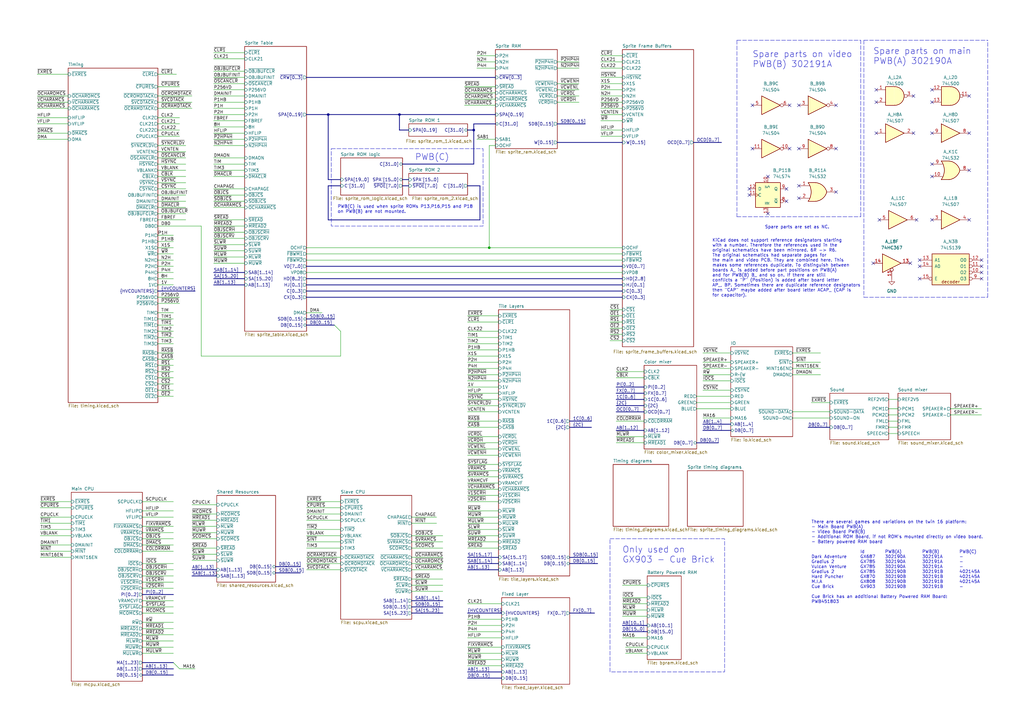
<source format=kicad_sch>
(kicad_sch (version 20231120) (generator "eeschema") (generator_version "8.0")
  (paper "A3")
  (title_block (title "Twin 16 - Rev B") (date "2024-08-04") (company "Konami GX785/GX870/GX808/GX903") (comment 1 "Ulf Skutnabba, twitter: @skutis77"))
  (junction (at 163.83 46.99))
  (junction (at 194.31 53.34))
  (junction (at 200.66 101.6))
  (junction (at 134.62 46.99))
  (no_connect (at 322.58 77.47))
  (no_connect (at 307.34 80.01))
  (no_connect (at 314.96 72.39))
  (no_connect (at 307.34 77.47))
  (no_connect (at 327.66 76.2))
  (no_connect (at 314.96 87.63))
  (no_connect (at 322.58 82.55))
  (no_connect (at 327.66 81.28))
  (no_connect (at 327.66 43.18))
  (no_connect (at 342.9 43.18))
  (no_connect (at 342.9 60.96))
  (no_connect (at 327.66 60.96))
  (no_connect (at 342.9 78.74))
  (no_connect (at 308.61 60.96))
  (no_connect (at 323.85 60.96))
  (no_connect (at 323.85 43.18))
  (no_connect (at 308.61 43.18))
  (no_connect (at 374.65 54.61))
  (no_connect (at 382.27 54.61))
  (no_connect (at 382.27 67.31))
  (no_connect (at 382.27 41.91))
  (no_connect (at 382.27 36.83))
  (no_connect (at 397.51 39.37))
  (no_connect (at 374.65 39.37))
  (no_connect (at 359.41 41.91))
  (no_connect (at 359.41 36.83))
  (no_connect (at 397.51 69.85))
  (no_connect (at 382.27 72.39))
  (no_connect (at 359.41 54.61))
  (no_connect (at 373.38 107.95))
  (no_connect (at 377.19 109.22))
  (no_connect (at 377.19 114.3))
  (no_connect (at 377.19 106.68))
  (no_connect (at 402.59 114.3))
  (no_connect (at 402.59 111.76))
  (no_connect (at 402.59 109.22))
  (no_connect (at 402.59 106.68))
  (no_connect (at 397.51 54.61))
  (no_connect (at 358.14 107.95))
  (no_connect (at 375.92 90.17))
  (no_connect (at 382.27 90.17))
  (no_connect (at 397.51 90.17))
  (no_connect (at 360.68 90.17))
  (bus_entry (at 71.12 271.78) (size 2.54 2.54))
  (bus_entry (at 137.16 133.35) (size 2.54 2.54))
  (wire (pts (xy 15.24 50.8) (xy 27.94 50.8)))
  (wire (pts (xy 64.77 157.48) (xy 71.12 157.48)))
  (wire (pts (xy 252.73 154.94) (xy 264.16 154.94)))
  (bus (pts (xy 191.77 231.14) (xy 204.47 231.14)))
  (wire (pts (xy 125.73 106.68) (xy 255.27 106.68)))
  (wire (pts (xy 125.73 233.68) (xy 139.7 233.68)))
  (wire (pts (xy 64.77 138.43) (xy 71.12 138.43)))
  (wire (pts (xy 191.77 179.07) (xy 204.47 179.07)))
  (wire (pts (xy 58.42 205.74) (xy 71.12 205.74)))
  (wire (pts (xy 191.77 205.74) (xy 204.47 205.74)))
  (wire (pts (xy 87.63 69.85) (xy 100.33 69.85)))
  (bus (pts (xy 194.31 50.8) (xy 194.31 53.34)))
  (bus (pts (xy 58.42 276.86) (xy 71.12 276.86)))
  (wire (pts (xy 191.77 214.63) (xy 204.47 214.63)))
  (wire (pts (xy 64.77 35.56) (xy 73.66 35.56)))
  (wire (pts (xy 191.77 186.69) (xy 204.47 186.69)))
  (wire (pts (xy 246.38 41.91) (xy 255.27 41.91)))
  (wire (pts (xy 125.73 111.76) (xy 255.27 111.76)))
  (wire (pts (xy 255.27 247.65) (xy 265.43 247.65)))
  (wire (pts (xy 87.63 44.45) (xy 100.33 44.45)))
  (bus (pts (xy 331.47 175.26) (xy 340.36 175.26)))
  (wire (pts (xy 228.6 39.37) (xy 237.49 39.37)))
  (wire (pts (xy 191.77 148.59) (xy 204.47 148.59)))
  (bus (pts (xy 168.91 251.46) (xy 181.61 251.46)))
  (bus (pts (xy 191.77 233.68) (xy 204.47 233.68)))
  (wire (pts (xy 16.51 212.09) (xy 29.21 212.09)))
  (bus (pts (xy 168.91 246.38) (xy 181.61 246.38)))
  (wire (pts (xy 191.77 175.26) (xy 204.47 175.26)))
  (wire (pts (xy 64.77 116.84) (xy 71.12 116.84)))
  (wire (pts (xy 246.38 39.37) (xy 255.27 39.37)))
  (polyline (pts (xy 354.33 16.51) (xy 354.33 121.92)) (stroke (width 0) (type dash)))
  (wire (pts (xy 87.63 57.15) (xy 100.33 57.15)))
  (wire (pts (xy 203.2 59.69) (xy 200.66 59.69)))
  (wire (pts (xy 191.77 143.51) (xy 204.47 143.51)))
  (wire (pts (xy 64.77 162.56) (xy 71.12 162.56)))
  (wire (pts (xy 168.91 233.68) (xy 181.61 233.68)))
  (wire (pts (xy 87.63 102.87) (xy 100.33 102.87)))
  (wire (pts (xy 191.77 138.43) (xy 204.47 138.43)))
  (wire (pts (xy 125.73 222.25) (xy 139.7 222.25)))
  (wire (pts (xy 58.42 267.97) (xy 71.12 267.97)))
  (wire (pts (xy 64.77 59.69) (xy 76.2 59.69)))
  (bus (pts (xy 284.48 58.42) (xy 295.91 58.42)))
  (wire (pts (xy 15.24 41.91) (xy 27.94 41.91)))
  (wire (pts (xy 246.38 31.75) (xy 255.27 31.75)))
  (wire (pts (xy 246.38 46.99) (xy 255.27 46.99)))
  (bus (pts (xy 139.7 73.66) (xy 134.62 73.66)))
  (wire (pts (xy 191.77 181.61) (xy 204.47 181.61)))
  (wire (pts (xy 87.63 100.33) (xy 100.33 100.33)))
  (wire (pts (xy 58.42 257.81) (xy 71.12 257.81)))
  (wire (pts (xy 58.42 226.06) (xy 71.12 226.06)))
  (wire (pts (xy 64.77 111.76) (xy 71.12 111.76)))
  (wire (pts (xy 191.77 254) (xy 205.74 254)))
  (wire (pts (xy 125.73 228.6) (xy 139.7 228.6)))
  (wire (pts (xy 64.77 87.63) (xy 76.2 87.63)))
  (wire (pts (xy 64.77 106.68) (xy 71.12 106.68)))
  (wire (pts (xy 64.77 128.27) (xy 71.12 128.27)))
  (wire (pts (xy 191.77 200.66) (xy 204.47 200.66)))
  (bus (pts (xy 165.1 76.2) (xy 167.64 76.2)))
  (wire (pts (xy 285.75 162.56) (xy 299.72 162.56)))
  (wire (pts (xy 125.73 213.36) (xy 139.7 213.36)))
  (bus (pts (xy 167.64 53.34) (xy 163.83 53.34)))
  (wire (pts (xy 139.7 146.05) (xy 139.7 135.89)))
  (wire (pts (xy 191.77 140.97) (xy 204.47 140.97)))
  (bus (pts (xy 233.68 228.6) (xy 245.11 228.6)))
  (wire (pts (xy 64.77 133.35) (xy 71.12 133.35)))
  (bus (pts (xy 58.42 243.84) (xy 71.12 243.84)))
  (wire (pts (xy 64.77 30.48) (xy 72.39 30.48)))
  (wire (pts (xy 87.63 59.69) (xy 100.33 59.69)))
  (bus (pts (xy 113.03 234.95) (xy 123.19 234.95)))
  (wire (pts (xy 58.42 241.3) (xy 71.12 241.3)))
  (wire (pts (xy 389.89 170.18) (xy 402.59 170.18)))
  (wire (pts (xy 87.63 24.13) (xy 100.33 24.13)))
  (bus (pts (xy 285.75 181.61) (xy 294.64 181.61)))
  (bus (pts (xy 78.74 233.68) (xy 88.9 233.68)))
  (wire (pts (xy 58.42 218.44) (xy 71.12 218.44)))
  (wire (pts (xy 125.73 219.71) (xy 139.7 219.71)))
  (bus (pts (xy 233.68 175.26) (xy 242.57 175.26)))
  (wire (pts (xy 191.77 190.5) (xy 204.47 190.5)))
  (polyline (pts (xy 354.33 121.92) (xy 405.13 121.92)) (stroke (width 0) (type dash)))
  (wire (pts (xy 73.66 274.32) (xy 80.01 274.32)))
  (wire (pts (xy 255.27 245.11) (xy 265.43 245.11)))
  (wire (pts (xy 288.29 151.13) (xy 299.72 151.13)))
  (wire (pts (xy 64.77 92.71) (xy 82.55 92.71)))
  (wire (pts (xy 246.38 22.86) (xy 255.27 22.86)))
  (wire (pts (xy 87.63 21.59) (xy 100.33 21.59)))
  (wire (pts (xy 78.74 207.01) (xy 88.9 207.01)))
  (wire (pts (xy 256.54 265.43) (xy 265.43 265.43)))
  (wire (pts (xy 228.6 36.83) (xy 237.49 36.83)))
  (wire (pts (xy 58.42 246.38) (xy 71.12 246.38)))
  (bus (pts (xy 125.73 121.92) (xy 255.27 121.92)))
  (wire (pts (xy 58.42 220.98) (xy 71.12 220.98)))
  (wire (pts (xy 191.77 267.97) (xy 205.74 267.97)))
  (wire (pts (xy 191.77 156.21) (xy 204.47 156.21)))
  (wire (pts (xy 250.19 127) (xy 255.27 127)))
  (wire (pts (xy 325.12 153.67) (xy 336.55 153.67)))
  (wire (pts (xy 168.91 240.03) (xy 181.61 240.03)))
  (wire (pts (xy 191.77 273.05) (xy 205.74 273.05)))
  (wire (pts (xy 364.49 175.26) (xy 368.3 175.26)))
  (bus (pts (xy 203.2 50.8) (xy 194.31 50.8)))
  (wire (pts (xy 58.42 212.09) (xy 71.12 212.09)))
  (wire (pts (xy 87.63 39.37) (xy 100.33 39.37)))
  (wire (pts (xy 246.38 53.34) (xy 255.27 53.34)))
  (wire (pts (xy 191.77 217.17) (xy 204.47 217.17)))
  (wire (pts (xy 87.63 82.55) (xy 100.33 82.55)))
  (wire (pts (xy 64.77 121.92) (xy 73.66 121.92)))
  (wire (pts (xy 64.77 96.52) (xy 71.12 96.52)))
  (wire (pts (xy 200.66 101.6) (xy 255.27 101.6)))
  (wire (pts (xy 195.58 57.15) (xy 203.2 57.15)))
  (wire (pts (xy 125.73 231.14) (xy 139.7 231.14)))
  (bus (pts (xy 165.1 73.66) (xy 167.64 73.66)))
  (wire (pts (xy 64.77 154.94) (xy 71.12 154.94)))
  (bus (pts (xy 125.73 31.75) (xy 203.2 31.75)))
  (bus (pts (xy 87.63 111.76) (xy 100.33 111.76)))
  (wire (pts (xy 246.38 55.88) (xy 255.27 55.88)))
  (wire (pts (xy 168.91 219.71) (xy 181.61 219.71)))
  (wire (pts (xy 325.12 148.59) (xy 336.55 148.59)))
  (wire (pts (xy 15.24 39.37) (xy 27.94 39.37)))
  (wire (pts (xy 191.77 224.79) (xy 204.47 224.79)))
  (bus (pts (xy 252.73 166.37) (xy 264.16 166.37)))
  (wire (pts (xy 250.19 132.08) (xy 255.27 132.08)))
  (wire (pts (xy 64.77 104.14) (xy 71.12 104.14)))
  (wire (pts (xy 364.49 163.83) (xy 368.3 163.83)))
  (wire (pts (xy 64.77 140.97) (xy 71.12 140.97)))
  (bus (pts (xy 252.73 158.75) (xy 264.16 158.75)))
  (wire (pts (xy 82.55 92.71) (xy 82.55 146.05)))
  (bus (pts (xy 139.7 76.2) (xy 134.62 76.2)))
  (wire (pts (xy 58.42 262.89) (xy 71.12 262.89)))
  (wire (pts (xy 16.51 217.17) (xy 29.21 217.17)))
  (bus (pts (xy 255.27 256.54) (xy 265.43 256.54)))
  (wire (pts (xy 64.77 72.39) (xy 76.2 72.39)))
  (wire (pts (xy 228.6 27.94) (xy 237.49 27.94)))
  (wire (pts (xy 78.74 215.9) (xy 88.9 215.9)))
  (wire (pts (xy 64.77 77.47) (xy 76.2 77.47)))
  (wire (pts (xy 250.19 129.54) (xy 255.27 129.54)))
  (wire (pts (xy 64.77 109.22) (xy 71.12 109.22)))
  (wire (pts (xy 288.29 153.67) (xy 299.72 153.67)))
  (wire (pts (xy 285.75 165.1) (xy 299.72 165.1)))
  (wire (pts (xy 87.63 49.53) (xy 100.33 49.53)))
  (bus (pts (xy 191.77 278.13) (xy 205.74 278.13)))
  (wire (pts (xy 58.42 265.43) (xy 71.12 265.43)))
  (wire (pts (xy 228.6 25.4) (xy 237.49 25.4)))
  (wire (pts (xy 64.77 130.81) (xy 71.12 130.81)))
  (wire (pts (xy 15.24 57.15) (xy 27.94 57.15)))
  (bus (pts (xy 194.31 67.31) (xy 165.1 67.31)))
  (wire (pts (xy 288.29 160.02) (xy 299.72 160.02)))
  (wire (pts (xy 87.63 52.07) (xy 100.33 52.07)))
  (wire (pts (xy 168.91 224.79) (xy 181.61 224.79)))
  (wire (pts (xy 325.12 151.13) (xy 336.55 151.13)))
  (bus (pts (xy 134.62 90.17) (xy 196.85 90.17)))
  (wire (pts (xy 168.91 237.49) (xy 181.61 237.49)))
  (wire (pts (xy 64.77 62.23) (xy 76.2 62.23)))
  (polyline (pts (xy 405.13 121.92) (xy 405.13 16.51)) (stroke (width 0) (type dash)))
  (wire (pts (xy 64.77 64.77) (xy 76.2 64.77)))
  (wire (pts (xy 191.77 161.29) (xy 204.47 161.29)))
  (bus (pts (xy 191.77 251.46) (xy 205.74 251.46)))
  (wire (pts (xy 168.91 228.6) (xy 181.61 228.6)))
  (bus (pts (xy 196.85 90.17) (xy 196.85 76.2)))
  (wire (pts (xy 16.51 205.74) (xy 29.21 205.74)))
  (wire (pts (xy 87.63 36.83) (xy 100.33 36.83)))
  (wire (pts (xy 16.51 219.71) (xy 29.21 219.71)))
  (bus (pts (xy 87.63 114.3) (xy 100.33 114.3)))
  (wire (pts (xy 64.77 124.46) (xy 73.66 124.46)))
  (bus (pts (xy 125.73 46.99) (xy 134.62 46.99)))
  (bus (pts (xy 78.74 236.22) (xy 88.9 236.22)))
  (wire (pts (xy 78.74 210.82) (xy 88.9 210.82)))
  (wire (pts (xy 64.77 147.32) (xy 71.12 147.32)))
  (bus (pts (xy 134.62 46.99) (xy 134.62 73.66)))
  (bus (pts (xy 191.77 76.2) (xy 196.85 76.2)))
  (bus (pts (xy 233.68 231.14) (xy 245.11 231.14)))
  (wire (pts (xy 190.5 35.56) (xy 203.2 35.56)))
  (wire (pts (xy 58.42 248.92) (xy 71.12 248.92)))
  (wire (pts (xy 58.42 209.55) (xy 71.12 209.55)))
  (wire (pts (xy 191.77 261.62) (xy 205.74 261.62)))
  (wire (pts (xy 15.24 54.61) (xy 27.94 54.61)))
  (polyline (pts (xy 302.26 88.9) (xy 353.06 88.9)) (stroke (width 0) (type dash)))
  (wire (pts (xy 364.49 167.64) (xy 368.3 167.64)))
  (bus (pts (xy 64.77 119.38) (xy 80.01 119.38)))
  (wire (pts (xy 168.91 214.63) (xy 179.07 214.63)))
  (wire (pts (xy 15.24 48.26) (xy 27.94 48.26)))
  (wire (pts (xy 195.58 27.94) (xy 203.2 27.94)))
  (wire (pts (xy 191.77 158.75) (xy 204.47 158.75)))
  (bus (pts (xy 58.42 271.78) (xy 71.12 271.78)))
  (wire (pts (xy 191.77 193.04) (xy 204.47 193.04)))
  (bus (pts (xy 125.73 109.22) (xy 255.27 109.22)))
  (wire (pts (xy 325.12 171.45) (xy 340.36 171.45)))
  (bus (pts (xy 125.73 130.81) (xy 137.16 130.81)))
  (wire (pts (xy 288.29 171.45) (xy 299.72 171.45)))
  (wire (pts (xy 190.5 40.64) (xy 203.2 40.64)))
  (bus (pts (xy 191.77 228.6) (xy 204.47 228.6)))
  (wire (pts (xy 64.77 74.93) (xy 76.2 74.93)))
  (bus (pts (xy 228.6 50.8) (xy 240.03 50.8)))
  (wire (pts (xy 191.77 163.83) (xy 204.47 163.83)))
  (wire (pts (xy 252.73 179.07) (xy 264.16 179.07)))
  (bus (pts (xy 252.73 163.83) (xy 264.16 163.83)))
  (wire (pts (xy 64.77 82.55) (xy 76.2 82.55)))
  (wire (pts (xy 87.63 64.77) (xy 100.33 64.77)))
  (wire (pts (xy 288.29 144.78) (xy 299.72 144.78)))
  (wire (pts (xy 58.42 238.76) (xy 71.12 238.76)))
  (wire (pts (xy 246.38 36.83) (xy 255.27 36.83)))
  (wire (pts (xy 191.77 132.08) (xy 204.47 132.08)))
  (wire (pts (xy 87.63 41.91) (xy 100.33 41.91)))
  (wire (pts (xy 168.91 212.09) (xy 179.07 212.09)))
  (wire (pts (xy 191.77 151.13) (xy 204.47 151.13)))
  (wire (pts (xy 246.38 44.45) (xy 255.27 44.45)))
  (wire (pts (xy 64.77 44.45) (xy 78.74 44.45)))
  (wire (pts (xy 87.63 90.17) (xy 100.33 90.17)))
  (wire (pts (xy 78.74 220.98) (xy 88.9 220.98)))
  (bus (pts (xy 134.62 76.2) (xy 134.62 90.17)))
  (bus (pts (xy 87.63 116.84) (xy 100.33 116.84)))
  (wire (pts (xy 246.38 49.53) (xy 255.27 49.53)))
  (wire (pts (xy 64.77 69.85) (xy 76.2 69.85)))
  (wire (pts (xy 87.63 92.71) (xy 100.33 92.71)))
  (wire (pts (xy 64.77 85.09) (xy 76.2 85.09)))
  (wire (pts (xy 191.77 184.15) (xy 204.47 184.15)))
  (wire (pts (xy 64.77 48.26) (xy 73.66 48.26)))
  (wire (pts (xy 190.5 43.18) (xy 203.2 43.18)))
  (bus (pts (xy 125.73 133.35) (xy 137.16 133.35)))
  (wire (pts (xy 190.5 38.1) (xy 203.2 38.1)))
  (wire (pts (xy 16.51 226.06) (xy 29.21 226.06)))
  (wire (pts (xy 389.89 167.64) (xy 402.59 167.64)))
  (wire (pts (xy 64.77 101.6) (xy 71.12 101.6)))
  (wire (pts (xy 255.27 240.03) (xy 265.43 240.03)))
  (wire (pts (xy 364.49 177.8) (xy 368.3 177.8)))
  (wire (pts (xy 191.77 198.12) (xy 204.47 198.12)))
  (bus (pts (xy 191.77 275.59) (xy 205.74 275.59)))
  (wire (pts (xy 87.63 29.21) (xy 100.33 29.21)))
  (wire (pts (xy 64.77 50.8) (xy 73.66 50.8)))
  (wire (pts (xy 87.63 97.79) (xy 100.33 97.79)))
  (wire (pts (xy 64.77 99.06) (xy 71.12 99.06)))
  (wire (pts (xy 125.73 208.28) (xy 139.7 208.28)))
  (wire (pts (xy 250.19 134.62) (xy 255.27 134.62)))
  (wire (pts (xy 256.54 267.97) (xy 265.43 267.97)))
  (wire (pts (xy 168.91 231.14) (xy 181.61 231.14)))
  (wire (pts (xy 228.6 41.91) (xy 237.49 41.91)))
  (wire (pts (xy 285.75 167.64) (xy 299.72 167.64)))
  (wire (pts (xy 325.12 144.78) (xy 336.55 144.78)))
  (wire (pts (xy 58.42 251.46) (xy 71.12 251.46)))
  (wire (pts (xy 252.73 172.72) (xy 264.16 172.72)))
  (wire (pts (xy 325.12 168.91) (xy 340.36 168.91)))
  (wire (pts (xy 191.77 265.43) (xy 205.74 265.43)))
  (wire (pts (xy 191.77 203.2) (xy 204.47 203.2)))
  (wire (pts (xy 191.77 172.72) (xy 204.47 172.72)))
  (wire (pts (xy 191.77 129.54) (xy 204.47 129.54)))
  (wire (pts (xy 78.74 224.79) (xy 88.9 224.79)))
  (wire (pts (xy 78.74 227.33) (xy 88.9 227.33)))
  (wire (pts (xy 58.42 236.22) (xy 71.12 236.22)))
  (wire (pts (xy 87.63 31.75) (xy 100.33 31.75)))
  (wire (pts (xy 191.77 135.89) (xy 204.47 135.89)))
  (bus (pts (xy 134.62 46.99) (xy 163.83 46.99)))
  (bus (pts (xy 125.73 119.38) (xy 255.27 119.38)))
  (bus (pts (xy 194.31 53.34) (xy 194.31 67.31)))
  (wire (pts (xy 87.63 95.25) (xy 100.33 95.25)))
  (bus (pts (xy 233.68 251.46) (xy 243.84 251.46)))
  (polyline (pts (xy 302.26 16.51) (xy 353.06 16.51)) (stroke (width 0) (type dash)))
  (wire (pts (xy 78.74 218.44) (xy 88.9 218.44)))
  (bus (pts (xy 252.73 176.53) (xy 264.16 176.53)))
  (wire (pts (xy 255.27 252.73) (xy 265.43 252.73)))
  (wire (pts (xy 16.51 223.52) (xy 29.21 223.52)))
  (wire (pts (xy 191.77 270.51) (xy 205.74 270.51)))
  (wire (pts (xy 252.73 181.61) (xy 264.16 181.61)))
  (wire (pts (xy 58.42 260.35) (xy 71.12 260.35)))
  (wire (pts (xy 58.42 231.14) (xy 71.12 231.14)))
  (wire (pts (xy 64.77 149.86) (xy 71.12 149.86)))
  (wire (pts (xy 58.42 223.52) (xy 71.12 223.52)))
  (wire (pts (xy 168.91 242.57) (xy 181.61 242.57)))
  (wire (pts (xy 64.77 114.3) (xy 71.12 114.3)))
  (wire (pts (xy 64.77 39.37) (xy 78.74 39.37)))
  (wire (pts (xy 125.73 205.74) (xy 139.7 205.74)))
  (wire (pts (xy 58.42 215.9) (xy 71.12 215.9)))
  (wire (pts (xy 125.73 217.17) (xy 139.7 217.17)))
  (wire (pts (xy 64.77 53.34) (xy 73.66 53.34)))
  (bus (pts (xy 191.77 53.34) (xy 194.31 53.34)))
  (wire (pts (xy 16.51 208.28) (xy 29.21 208.28)))
  (wire (pts (xy 191.77 247.65) (xy 205.74 247.65)))
  (bus (pts (xy 168.91 248.92) (xy 181.61 248.92)))
  (wire (pts (xy 288.29 148.59) (xy 299.72 148.59)))
  (wire (pts (xy 191.77 219.71) (xy 204.47 219.71)))
  (polyline (pts (xy 302.26 16.51) (xy 302.26 88.9)) (stroke (width 0) (type dash)))
  (wire (pts (xy 87.63 77.47) (xy 100.33 77.47)))
  (wire (pts (xy 200.66 59.69) (xy 200.66 101.6)))
  (wire (pts (xy 191.77 195.58) (xy 204.47 195.58)))
  (wire (pts (xy 64.77 67.31) (xy 76.2 67.31)))
  (wire (pts (xy 255.27 250.19) (xy 265.43 250.19)))
  (wire (pts (xy 64.77 55.88) (xy 73.66 55.88)))
  (wire (pts (xy 15.24 44.45) (xy 27.94 44.45)))
  (wire (pts (xy 125.73 224.79) (xy 139.7 224.79)))
  (polyline (pts (xy 354.33 16.51) (xy 405.13 16.51)) (stroke (width 0) (type dash)))
  (wire (pts (xy 191.77 209.55) (xy 204.47 209.55)))
  (wire (pts (xy 125.73 210.82) (xy 139.7 210.82)))
  (wire (pts (xy 191.77 166.37) (xy 204.47 166.37)))
  (wire (pts (xy 15.24 30.48) (xy 27.94 30.48)))
  (wire (pts (xy 191.77 212.09) (xy 204.47 212.09)))
  (wire (pts (xy 364.49 170.18) (xy 368.3 170.18)))
  (wire (pts (xy 191.77 222.25) (xy 204.47 222.25)))
  (wire (pts (xy 332.74 165.1) (xy 340.36 165.1)))
  (wire (pts (xy 364.49 172.72) (xy 368.3 172.72)))
  (wire (pts (xy 191.77 259.08) (xy 205.74 259.08)))
  (polyline (pts (xy 353.06 88.9) (xy 353.06 16.51)) (stroke (width 0) (type dash)))
  (wire (pts (xy 64.77 144.78) (xy 71.12 144.78)))
  (wire (pts (xy 195.58 25.4) (xy 203.2 25.4)))
  (wire (pts (xy 246.38 25.4) (xy 255.27 25.4)))
  (wire (pts (xy 16.51 214.63) (xy 29.21 214.63)))
  (wire (pts (xy 125.73 101.6) (xy 200.66 101.6)))
  (wire (pts (xy 64.77 135.89) (xy 71.12 135.89)))
  (bus (pts (xy 255.27 259.08) (xy 265.43 259.08)))
  (bus (pts (xy 58.42 274.32) (xy 71.12 274.32)))
  (wire (pts (xy 87.63 46.99) (xy 100.33 46.99)))
  (wire (pts (xy 246.38 34.29) (xy 255.27 34.29)))
  (wire (pts (xy 250.19 137.16) (xy 255.27 137.16)))
  (wire (pts (xy 252.73 152.4) (xy 264.16 152.4)))
  (wire (pts (xy 250.19 139.7) (xy 255.27 139.7)))
  (wire (pts (xy 87.63 80.01) (xy 100.33 80.01)))
  (wire (pts (xy 64.77 41.91) (xy 78.74 41.91)))
  (bus (pts (xy 228.6 58.42) (xy 255.27 58.42)))
  (wire (pts (xy 87.63 54.61) (xy 100.33 54.61)))
  (wire (pts (xy 125.73 128.27) (xy 132.08 128.27)))
  (bus (pts (xy 288.29 176.53) (xy 299.72 176.53)))
  (wire (pts (xy 87.63 105.41) (xy 100.33 105.41)))
  (bus (pts (xy 163.83 53.34) (xy 163.83 46.99)))
  (bus (pts (xy 252.73 168.91) (xy 264.16 168.91)))
  (bus (pts (xy 252.73 161.29) (xy 264.16 161.29)))
  (wire (pts (xy 288.29 156.21) (xy 299.72 156.21)))
  (wire (pts (xy 58.42 255.27) (xy 71.12 255.27)))
  (wire (pts (xy 191.77 146.05) (xy 204.47 146.05)))
  (wire (pts (xy 87.63 107.95) (xy 100.33 107.95)))
  (wire (pts (xy 64.77 160.02) (xy 71.12 160.02)))
  (wire (pts (xy 87.63 85.09) (xy 100.33 85.09)))
  (wire (pts (xy 191.77 153.67) (xy 204.47 153.67)))
  (wire (pts (xy 228.6 34.29) (xy 237.49 34.29)))
  (bus (pts (xy 125.73 116.84) (xy 255.27 116.84)))
  (wire (pts (xy 191.77 168.91) (xy 204.47 168.91)))
  (wire (pts (xy 78.74 213.36) (xy 88.9 213.36)))
  (wire (pts (xy 125.73 104.14) (xy 255.27 104.14)))
  (wire (pts (xy 87.63 67.31) (xy 100.33 67.31)))
  (wire (pts (xy 58.42 233.68) (xy 71.12 233.68)))
  (wire (pts (xy 168.91 222.25) (xy 181.61 222.25)))
  (wire (pts (xy 87.63 34.29) (xy 100.33 34.29)))
  (bus (pts (xy 288.29 173.99) (xy 299.72 173.99)))
  (wire (pts (xy 82.55 146.05) (xy 139.7 146.05)))
  (wire (pts (xy 255.27 261.62) (xy 265.43 261.62)))
  (wire (pts (xy 87.63 72.39) (xy 100.33 72.39)))
  (bus (pts (xy 113.03 232.41) (xy 123.19 232.41)))
  (wire (pts (xy 78.74 229.87) (xy 88.9 229.87)))
  (bus (pts (xy 125.73 114.3) (xy 255.27 114.3)))
  (bus (pts (xy 233.68 172.72) (xy 242.57 172.72)))
  (wire (pts (xy 191.77 256.54) (xy 205.74 256.54)))
  (wire (pts (xy 64.77 80.01) (xy 76.2 80.01)))
  (wire (pts (xy 64.77 152.4) (xy 71.12 152.4)))
  (wire (pts (xy 246.38 27.94) (xy 255.27 27.94)))
  (wire (pts (xy 195.58 22.86) (xy 203.2 22.86)))
  (wire (pts (xy 16.51 228.6) (xy 29.21 228.6)))
  (bus (pts (xy 163.83 46.99) (xy 203.2 46.99)))
  (wire (pts (xy 64.77 90.17) (xy 76.2 90.17)))
  (rectangle (start 135.89 60.96) (end 198.12 92.71) (stroke (width 0) (type dash)))
  (rectangle (start 250.19 220.98) (end 297.18 275.59) (stroke (width 0) (type dash)))
  (text "PWB(C) is used when sprite ROMs P13,P16,P15 and P18 \non PWB(B) are not mounted." (at 138.43 87.63 0) (effects (font (size 1.27 1.27)) (justify left bottom)))
  (text "Spare parts on main\nPWB(A) 302190A" (at 358.14 26.67 0) (effects (font (size 2.54 2.54)) (justify left bottom)))
  (text "There are several games and variations on the twin 16 platform:\n- Main Board PWB(A)\n- Video Board PWB(B)\n- Additional ROM Board, if not ROM's mounted directly on video board.\n- Battery powered RAM board \n\n				Id		PWB(A)		PWB(B)		PWB(C)\nDark Adventure	GX687	302190A		302191A		-\nGradius 2		GX785	302190A		302191A		-\nVulcan Venture	GX785	302190A		302191A		-\nGradius 2		GX785	302190B		302191B		402145A\nHard Puncher	GX870	302190B		302191B		402145A\nM.I.A			GX808	302190B		302191B		402145A\nCue Brick		GX903	302190B		302191B		-\n\nCue Brick has an additional Battery Powered RAM Board:\nPWB451803\n" (at 332.74 247.65 0) (effects (font (size 1.27 1.27)) (justify left bottom)))
  (text "Spare parts are set as NC." (at 313.69 93.98 0) (effects (font (size 1.27 1.27)) (justify left bottom)))
  (text "PWB(C)" (at 170.18 66.04 0) (effects (font (size 2.54 2.54)) (justify left bottom)))
  (text "KiCad does not support reference designators starting\nwith a number. Therefore the references used in the\noriginal schematics have been mirrored. 6R -> R6.\nThe original schematics had separate pages for \nthe main and video PCB. They are combined here. This\nmakes some references duplicate. To distinguish between\nboards A_ is added before part positions on PWB(A)\nand for PWB(B) B_ and so on. If there are still\nconflicts a \"P\" (Position) is added after board letter\nAP_, BP. Sometimes there are duplicate reference designators\nthen \"CAP\" maybe added after board letter ACAP_ (CAP is\nfor capacitor)." (at 292.1 121.92 0) (effects (font (size 1.27 1.27)) (justify left bottom)))
  (text "Spare parts on video\nPWB(B) 302191A" (at 308.61 27.94 0) (effects (font (size 2.54 2.54)) (justify left bottom)))
  (text "Only used on\nGX903 - Cue Brick" (at 255.27 231.14 0) (effects (font (size 2.54 2.54)) (justify left bottom)))
  (label "~{VCHARAMCS}" (at 170.18 233.68 0))
  (label "~{CPURES}" (at 66.04 35.56 0))
  (label "~{OE2}" (at 66.04 162.56 0))
  (label "TIM" (at 66.04 128.27 0))
  (label "AB[1..13]" (at 191.77 233.68 0))
  (label "P2H" (at 66.04 109.22 0))
  (label "~{SYNCRLDV}" (at 66.04 59.69 0))
  (label "DB[0..15]" (at 59.69 276.86 0))
  (label "~{OBJSCRH}" (at 87.63 95.25 0))
  (label "~{CASB}" (at 66.04 147.32 0))
  (label "~{EXRES}" (at 326.39 144.78 0))
  (label "CHAPAGE" (at 87.63 77.47 0))
  (label "~{CPURES}" (at 125.73 208.28 0))
  (label "~{CS1}" (at 66.04 154.94 0))
  (label "~{P256VD}" (at 66.04 124.46 0))
  (label "~{V1SCRH}" (at 59.69 238.76 0))
  (label "~{SREAD}" (at 170.18 237.49 0))
  (label "~{CLR1}" (at 191.77 132.08 0))
  (label "~{HSYNC}" (at 66.04 67.31 0))
  (label "P1HB" (at 87.63 41.91 0))
  (label "~{CSYNC}" (at 288.29 160.02 0))
  (label "TIM1" (at 66.04 130.81 0))
  (label "~{CBLK}" (at 66.04 72.39 0))
  (label "VFLIP" (at 15.24 50.8 0))
  (label "~{OBJSCRH}" (at 59.69 233.68 0))
  (label "~{SYNCRLDV}" (at 191.77 166.37 0))
  (label "X1S" (at 191.77 146.05 0))
  (label "P4H" (at 191.77 259.08 0))
  (label "OBJBUFINIT" (at 66.04 80.01 0))
  (label "SPEAKER+" (at 288.29 148.59 0))
  (label "OCD[0..7]" (at 252.73 168.91 0))
  (label "~{MUWR}" (at 191.77 270.51 0))
  (label "OCD[0..7]" (at 285.75 58.42 0))
  (label "~{SYSFLAG}" (at 59.69 248.92 0))
  (label "~{VCWENL}" (at 191.77 184.15 0))
  (label "VBLANK" (at 125.73 219.71 0))
  (label "~{SUWR}" (at 191.77 219.71 0))
  (label "~{CS1}" (at 250.19 127 0))
  (label "FX[0..7]" (at 234.95 251.46 0))
  (label "~{OSCANCLR}" (at 66.04 64.77 0))
  (label "1C[0..6]" (at 252.73 163.83 0))
  (label "DMAINIT" (at 87.63 39.37 0))
  (label "~{P2HP4H}" (at 87.63 57.15 0))
  (label "VBLANK" (at 256.54 267.97 0))
  (label "AB[1..13]" (at 78.74 233.68 0))
  (label "~{TIM1}" (at 66.04 133.35 0))
  (label "CPUCLK" (at 256.54 265.43 0))
  (label "MINT16EN" (at 16.51 228.6 0))
  (label "P4H" (at 195.58 27.94 0))
  (label "VCNTEN" (at 191.77 168.91 0))
  (label "CLK21" (at 87.63 24.13 0))
  (label "CLK21" (at 246.38 25.4 0))
  (label "{HVCOUNTERS}" (at 66.04 119.38 0))
  (label "~{VRAMCS}" (at 191.77 193.04 0))
  (label "VBLANK" (at 66.04 69.85 0))
  (label "SDB[0..15]" (at 170.18 248.92 0))
  (label "~{SREAD}" (at 87.63 90.17 0))
  (label "~{CLR1}" (at 246.38 22.86 0))
  (label "~{CLR1}" (at 87.63 21.59 0))
  (label "~{OCRAMDTACK}" (at 125.73 228.6 0))
  (label "FX[0..7]" (at 252.73 161.29 0))
  (label "SDB[0..15]" (at 229.87 50.8 0))
  (label "DB[0..15]" (at 127 133.35 0))
  (label "CPUCLK" (at 66.04 55.88 0))
  (label "CLK21" (at 191.77 247.65 0))
  (label "AB[1..4]" (at 288.29 173.99 0))
  (label "~{MCOMCS}" (at 78.74 210.82 0))
  (label "SDB[0..15]" (at 234.95 228.6 0))
  (label "~{SVRAMCS}" (at 170.18 222.25 0))
  (label "VFLIP" (at 59.69 212.09 0))
  (label "DB[0..7]" (at 331.47 175.26 0))
  (label "~{SOBJCS}" (at 87.63 82.55 0))
  (label "CLK22" (at 246.38 27.94 0))
  (label "P2H" (at 195.58 22.86 0))
  (label "DMAINIT" (at 16.51 223.52 0))
  (label "~{IOCS}" (at 288.29 156.21 0))
  (label "P2H" (at 191.77 256.54 0))
  (label "~{MREAD2}" (at 255.27 247.65 0))
  (label "~{OCHAROMCS}" (at 170.18 231.14 0))
  (label "~{CS2}" (at 250.19 139.7 0))
  (label "CLK2" (at 66.04 48.26 0))
  (label "SPEAKER-" (at 288.29 151.13 0))
  (label "~{OBJSCRV}" (at 59.69 236.22 0))
  (label "~{RS2}" (at 66.04 152.4 0))
  (label "~{HSYNC}" (at 191.77 163.83 0))
  (label "HFLIP" (at 59.69 209.55 0))
  (label "~{OCROMDTACK}" (at 125.73 231.14 0))
  (label "DMA" (at 15.24 57.15 0))
  (label "SCPUCLK" (at 125.73 213.36 0))
  (label "P1HB" (at 66.04 99.06 0))
  (label "~{OCHARAMCS}" (at 170.18 228.6 0))
  (label "HFLIP" (at 15.24 48.26 0))
  (label "~{OCHAROMCS}" (at 190.5 40.64 0))
  (label "DB[0..15]" (at 191.77 278.13 0))
  (label "~{SREAD}" (at 191.77 224.79 0))
  (label "~{MULWR}" (at 191.77 214.63 0))
  (label "~{MLWR}" (at 78.74 215.9 0))
  (label "SA[15..23]" (at 170.18 251.46 0))
  (label "~{MREAD2}" (at 59.69 260.35 0))
  (label "~{SVRAMCS}" (at 191.77 195.58 0))
  (label "~{SVCDTACK}" (at 66.04 41.91 0))
  (label "HFLIP" (at 191.77 161.29 0))
  (label "~{CBLK}" (at 252.73 154.94 0))
  (label "~{DMACLR}" (at 87.63 72.39 0))
  (label "TIM" (at 87.63 67.31 0))
  (label "CLK22" (at 66.04 53.34 0))
  (label "~{SINT}" (at 125.73 222.25 0))
  (label "SAB[1..13]" (at 78.74 236.22 0))
  (label "~{N2HP4H}" (at 229.87 27.94 0))
  (label "SDB[0..15]" (at 114.3 234.95 0))
  (label "~{OCROMDTACK}" (at 66.04 39.37 0))
  (label "FBREF" (at 87.63 49.53 0))
  (label "SA[15..17]" (at 191.77 228.6 0))
  (label "P1HB" (at 191.77 254 0))
  (label "~{FIXVRAMCS}" (at 191.77 265.43 0))
  (label "~{MINT}" (at 16.51 226.06 0))
  (label "~{VCWENH}" (at 229.87 34.29 0))
  (label "~{CASB}" (at 191.77 175.26 0))
  (label "DMAINIT" (at 125.73 210.82 0))
  (label "~{SUWR}" (at 87.63 102.87 0))
  (label "~{MCOMCS}" (at 59.69 251.46 0))
  (label "1V" (at 66.04 116.84 0))
  (label "SAB[1..14]" (at 191.77 231.14 0))
  (label "~{VCRDL}" (at 229.87 39.37 0))
  (label "N2H" (at 66.04 106.68 0))
  (label "VFLIP" (at 246.38 55.88 0))
  (label "P1H" (at 64.77 96.52 0))
  (label "CLK2" (at 252.73 152.4 0))
  (label "~{MUWR}" (at 255.27 252.73 0))
  (label "CPUCLK" (at 16.51 212.09 0))
  (label "P2H" (at 87.63 46.99 0))
  (label "~{WR}" (at 246.38 49.53 0))
  (label "~{MUWR}" (at 59.69 265.43 0))
  (label "~{RASB}" (at 191.77 172.72 0))
  (label "TIM3" (at 125.73 224.79 0))
  (label "~{SREAD}" (at 78.74 224.79 0))
  (label "DB[0..7]" (at 287.02 181.61 0))
  (label "~{DMACS}" (at 15.24 54.61 0))
  (label "~{DMACS}" (at 59.69 223.52 0))
  (label "~{MUWR}" (at 87.63 107.95 0))
  (label "~{RS1}" (at 250.19 132.08 0))
  (label "HFLIP" (at 246.38 53.34 0))
  (label "~{OBJSCRV}" (at 87.63 97.79 0))
  (label "SCPUCLK" (at 59.69 205.74 0))
  (label "SAB[1..14]" (at 170.18 246.38 0))
  (label "{HVCOUNTERS}" (at 191.77 251.46 0))
  (label "P256VD" (at 246.38 41.91 0))
  (label "DMAON" (at 87.63 64.77 0))
  (label "~{OE2}" (at 250.19 134.62 0))
  (label "~{VCRDH}" (at 191.77 181.61 0))
  (label "P256VD" (at 87.63 36.83 0))
  (label "R~{W}" (at 59.69 255.27 0))
  (label "{2C}" (at 252.73 166.37 0))
  (label "HFLIP" (at 191.77 261.62 0))
  (label "CHAPAGE" (at 170.18 212.09 0))
  (label "~{HSYNC}" (at 246.38 31.75 0))
  (label "P1HB" (at 191.77 143.51 0))
  (label "~{CPURES}" (at 16.51 208.28 0))
  (label "~{SYSFLAG}" (at 191.77 190.5 0))
  (label "TIM2" (at 66.04 135.89 0))
  (label "~{MREAD1}" (at 59.69 257.81 0))
  (label "~{MUWR}" (at 78.74 218.44 0))
  (label "TIM3" (at 66.04 140.97 0))
  (label "SPEAKER-" (at 391.16 170.18 0))
  (label "AB[1..13]" (at 87.63 116.84 0))
  (label "MA16" (at 74.93 274.32 0))
  (label "P256VD" (at 66.04 121.92 0))
  (label "~{EXRES}" (at 332.74 165.1 0))
  (label "CPUCLK" (at 78.74 207.01 0))
  (label "~{VSYNC}" (at 288.29 144.78 0))
  (label "SPEAKER+" (at 391.16 167.64 0))
  (label "DMA" (at 127 128.27 0))
  (label "DB[0..7]" (at 288.29 176.53 0))
  (label "~{OBJBUFCLR}" (at 66.04 87.63 0))
  (label "~{MREAD2}" (at 191.77 273.05 0))
  (label "~{OCHARAMCS}" (at 87.63 85.09 0))
  (label "~{MLWR}" (at 191.77 209.55 0))
  (label "~{P2HP4H}" (at 229.87 25.4 0))
  (label "~{MLWR}" (at 252.73 179.07 0))
  (label "~{MULWR}" (at 59.69 267.97 0))
  (label "~{TIM2}" (at 66.04 138.43 0))
  (label "P4H" (at 66.04 111.76 0))
  (label "~{OCHAROMCS}" (at 15.24 39.37 0))
  (label "~{OBJBUFCLR}" (at 87.63 29.21 0))
  (label "MINT16EN" (at 326.39 151.13 0))
  (label "~{VCWENH}" (at 191.77 186.69 0))
  (label "~{MINT}" (at 170.18 214.63 0))
  (label "DMAON" (at 326.39 153.67 0))
  (label "1V" (at 191.77 158.75 0))
  (label "~{VRAMCS}" (at 59.69 218.44 0))
  (label "FBREF" (at 66.04 90.17 0))
  (label "AB[1..12]" (at 252.73 176.53 0))
  (label "~{SCOMCS}" (at 170.18 224.79 0))
  (label "AB[1..13]" (at 191.77 275.59 0))
  (label "~{SCOMCS}" (at 78.74 220.98 0))
  (label "HFLIP" (at 87.63 54.61 0))
  (label "AB[1..13]" (at 59.69 274.32 0))
  (label "~{OSCANCLR}" (at 87.63 34.29 0))
  (label "~{VCRDL}" (at 191.77 179.07 0))
  (label "~{MLWR}" (at 59.69 262.89 0))
  (label "CLK22" (at 191.77 135.89 0))
  (label "{2C}" (at 234.95 175.26 0))
  (label "P1H" (at 87.63 44.45 0))
  (label "~{CLR1}" (at 66.04 30.48 0))
  (label "VCNTEN" (at 66.04 62.23 0))
  (label "~{V2SCRH}" (at 191.77 205.74 0))
  (label "VBLANK" (at 16.51 219.71 0))
  (label "TIM3" (at 16.51 217.17 0))
  (label "VRAMCVF" (at 191.77 198.12 0))
  (label "~{CSYNC}" (at 66.04 77.47 0))
  (label "~{OCHARAMCS}" (at 15.24 44.45 0))
  (label "~{N2HP4H}" (at 191.77 156.21 0))
  (label "~{DMACLR}" (at 66.04 85.09 0))
  (label "~{SLWR}" (at 191.77 217.17 0))
  (label "N2H" (at 195.58 25.4 0))
  (label "DB[15..0]" (at 255.27 259.08 0))
  (label "SDB[0..15]" (at 127 130.81 0))
  (label "VCNTEN" (at 246.38 46.99 0))
  (label "~{N2HP4H}" (at 87.63 59.69 0))
  (label "8H" (at 87.63 52.07 0))
  (label "~{SOBJCS}" (at 170.18 219.71 0))
  (label "~{SUWR}" (at 78.74 229.87 0))
  (label "DB0" (at 66.04 92.71 0))
  (label "~{VCHARAMCS}" (at 15.24 41.91 0))
  (label "~{P2HP4H}" (at 191.77 153.67 0))
  (label "~{OBJCS}" (at 59.69 220.98 0))
  (label "~{SINT}" (at 326.39 148.59 0))
  (label "~{V1SCRH}" (at 191.77 203.2 0))
  (label "~{V2SCRH}" (at 59.69 241.3 0))
  (label "OBJBUFINIT" (at 87.63 31.75 0))
  (label "MA16" (at 288.29 171.45 0))
  (label "VRAMCVF" (at 59.69 246.38 0))
  (label "~{MLWR}" (at 87.63 105.41 0))
  (label "DB[0..15]" (at 234.95 231.14 0))
  (label "~{FIXVRAMCS}" (at 59.69 215.9 0))
  (label "~{MREAD2}" (at 191.77 222.25 0))
  (label "~{VCRDH}" (at 229.87 41.91 0))
  (label "PI[0..2]" (at 252.73 158.75 0))
  (label "~{VSYNC}" (at 66.04 74.93 0))
  (label "~{OE1}" (at 250.19 129.54 0))
  (label "SA[15..20]" (at 87.63 114.3 0))
  (label "X1S" (at 66.04 101.6 0))
  (label "P2H" (at 191.77 148.59 0))
  (label "DB[0..15]" (at 114.3 232.41 0))
  (label "1C[0..6]" (at 234.95 172.72 0))
  (label "CLK21" (at 66.04 50.8 0))
  (label "SAB[1..14]" (at 87.63 111.76 0))
  (label "~{OBJCS}" (at 87.63 80.01 0))
  (label "~{MREAD1}" (at 252.73 181.61 0))
  (label "~{IOCS}" (at 59.69 231.14 0))
  (label "~{EXRES}" (at 16.51 205.74 0))
  (label "~{COLORRAM}" (at 252.73 172.72 0))
  (label "~{OCRAMDTACK}" (at 66.04 44.45 0))
  (label "~{MREAD1}" (at 78.74 213.36 0))
  (label "DMAINIT" (at 66.04 82.55 0))
  (label "~{MLWR}" (at 255.27 250.19 0))
  (label "P2H" (at 246.38 36.83 0))
  (label "~{SUWR}" (at 170.18 242.57 0))
  (label "~{WR}" (at 66.04 104.14 0))
  (label "~{COLORRAM}" (at 59.69 226.06 0))
  (label "~{SLWR}" (at 78.74 227.33 0))
  (label "~{P256VD}" (at 246.38 44.45 0))
  (label "~{VCHARAMCS}" (at 191.77 200.66 0))
  (label "R~{W}" (at 288.29 153.67 0))
  (label "~{MUWR}" (at 191.77 212.09 0))
  (label "~{SVCDTACK}" (at 125.73 233.68 0))
  (label "MA16" (at 255.27 261.62 0))
  (label "~{MLWR}" (at 191.77 267.97 0))
  (label "~{VCWENL}" (at 229.87 36.83 0))
  (label "PI[0..2]" (at 59.69 243.84 0))
  (label "SAB1" (at 195.58 57.15 0))
  (label "~{SLWR}" (at 170.18 240.03 0))
  (label "~{EXRES}" (at 125.73 205.74 0))
  (label "~{TIM2}" (at 125.73 217.17 0))
  (label "~{SLWR}" (at 87.63 100.33 0))
  (label "~{EXRES}" (at 191.77 129.54 0))
  (label "~{SREAD}" (at 190.5 35.56 0))
  (label "P4H" (at 191.77 151.13 0))
  (label "TIM2" (at 191.77 140.97 0))
  (label "~{TIM1}" (at 16.51 214.63 0))
  (label "~{EXRES}" (at 15.24 30.48 0))
  (label "~{CS2}" (at 66.04 157.48 0))
  (label "~{MREAD2}" (at 87.63 92.71 0))
  (label "TIM1" (at 191.77 138.43 0))
  (label "~{OE1}" (at 66.04 160.02 0))
  (label "~{RS2}" (at 250.19 137.16 0))
  (label "TIM3" (at 87.63 69.85 0))
  (label "~{VCHARAMCS}" (at 190.5 43.18 0))
  (label "X1S" (at 246.38 34.29 0))
  (label "~{RS1}" (at 66.04 149.86 0))
  (label "~{CPURES}" (at 255.27 240.03 0))
  (label "N2H" (at 246.38 39.37 0))
  (label "8H" (at 66.04 114.3 0))
  (label "~{IOCS}" (at 255.27 245.11 0))
  (label "~{OCHARAMCS}" (at 190.5 38.1 0))
  (label "AB[10..1]" (at 255.27 256.54 0))
  (label "~{RASB}" (at 66.04 144.78 0))
  (symbol (lib_id "jt74:74LS00") (at 389.89 39.37 0) (unit 4)
    (property "Reference" "A_L2" (at 389.89 31.75 0))
    (property "Value" "74LS00" (at 389.89 34.29 0))
    (property "Datasheet" "http://www.ti.com/lit/gpn/sn74ls00" (effects (hide yes)))
  )
  (symbol (lib_id "74xx:74LS07") (at 389.89 90.17 0) (unit 2)
    (property "Reference" "A_L1" (at 389.89 81.28 0))
    (property "Value" "74LS07" (at 389.89 83.82 0))
    (property "Datasheet" "www.ti.com/lit/ds/symlink/sn74ls07.pdf" (effects (hide yes)))
  )
  (symbol (lib_id "74xx:74LS07") (at 389.89 54.61 0) (unit 4)
    (property "Reference" "A_H8" (at 389.89 46.99 0))
    (property "Value" "74LS07" (at 389.89 49.53 0))
    (property "Datasheet" "www.ti.com/lit/ds/symlink/sn74ls07.pdf" (effects (hide yes)))
  )
  (symbol (lib_id "jt74:74LS04") (at 316.23 43.18 0) (unit 3)
    (property "Reference" "B_B9" (at 316.23 34.29 0))
    (property "Value" "74LS04" (at 316.23 36.83 0))
    (property "Datasheet" "http://www.ti.com/lit/gpn/sn74LS04" (effects (hide yes)))
  )
  (symbol (lib_id "jt74:74LS367_Split") (at 365.76 107.95 0) (unit 6)
    (property "Reference" "A_L8" (at 365.76 99.06 0))
    (property "Value" "74HC367" (at 365.76 101.6 0))
    (property "Datasheet" "http://www.ti.com/lit/gpn/sn74LS367" (effects (hide yes)))
  )
  (symbol (lib_id "jt74:74LS04") (at 335.28 43.18 0) (unit 2)
    (property "Reference" "B_B9" (at 335.28 34.29 0))
    (property "Value" "74LS04" (at 335.28 36.83 0))
    (property "Datasheet" "http://www.ti.com/lit/gpn/sn74LS04" (effects (hide yes)))
  )
  (symbol (lib_id "jt74:74LS32") (at 335.28 78.74 0) (unit 1)
    (property "Reference" "B_R11" (at 335.28 69.85 0))
    (property "Value" "74LS32" (at 335.28 72.39 0))
    (property "Datasheet" "http://www.ti.com/lit/gpn/sn74LS32" (effects (hide yes)))
  )
  (symbol (lib_id "jt74:74LS32") (at 389.89 69.85 0) (unit 3)
    (property "Reference" "A_K1" (at 389.89 62.23 0))
    (property "Value" "74LS32" (at 389.89 64.77 0))
    (property "Datasheet" "http://www.ti.com/lit/gpn/sn74LS32" (effects (hide yes)))
  )
  (symbol (lib_id "jt74:74LS00") (at 367.03 39.37 0) (unit 1)
    (property "Reference" "A_L2" (at 367.03 31.75 0))
    (property "Value" "74LS00" (at 367.03 34.29 0))
    (property "Datasheet" "http://www.ti.com/lit/gpn/sn74ls00" (effects (hide yes)))
  )
  (symbol (lib_id "jt74:74LS74") (at 314.96 80.01 0) (unit 2)
    (property "Reference" "B_P11" (at 316.9794 69.85 0) (effects (justify left)))
    (property "Value" "74LS74" (at 316.9794 72.39 0) (effects (justify left)))
    (property "Datasheet" "74xx/74hc_hct74.pdf" (effects (hide yes)))
  )
  (symbol (lib_id "74xx:74LS07") (at 368.3 90.17 0) (unit 3)
    (property "Reference" "A_L1" (at 368.3 81.28 0))
    (property "Value" "74LS07" (at 368.3 83.82 0))
    (property "Datasheet" "www.ti.com/lit/ds/symlink/sn74ls07.pdf" (effects (hide yes)))
  )
  (symbol (lib_id "jt74:74LS139") (at 389.89 109.22 0) (unit 2)
    (property "Reference" "A_N3" (at 389.89 99.06 0))
    (property "Value" "74LS139" (at 389.89 101.6 0))
    (property "Datasheet" "http://www.ti.com/lit/gpn/sn74LS139" (effects (hide yes)))
  )
  (symbol (lib_id "74xx:74LS07") (at 367.03 54.61 0) (unit 1)
    (property "Reference" "A_H8" (at 367.03 46.99 0))
    (property "Value" "74LS07" (at 367.03 49.53 0))
    (property "Datasheet" "www.ti.com/lit/ds/symlink/sn74ls07.pdf" (effects (hide yes)))
  )
  (symbol (lib_id "jt74:74LS04") (at 335.28 60.96 0) (unit 4)
    (property "Reference" "B_B9" (at 335.28 52.07 0))
    (property "Value" "74LS04" (at 335.28 54.61 0))
    (property "Datasheet" "http://www.ti.com/lit/gpn/sn74LS04" (effects (hide yes)))
  )
  (symbol (lib_id "jt74:74LS04") (at 316.23 60.96 0) (unit 5)
    (property "Reference" "B_B9" (at 316.23 52.07 0))
    (property "Value" "74LS04" (at 316.23 54.61 0))
    (property "Datasheet" "http://www.ti.com/lit/gpn/sn74LS04" (effects (hide yes)))
  )
  (symbol (lib_id "power:GND") (at 365.76 114.3 0) (unit 1)
    (property "Reference" "#PWR0101" (effects (hide yes)))
    (property "Value" "GND" (at 365.76 119.38 0))
  )
  (sheet (at 251.46 190.5) (size 22.86 25.4) (stroke (width 0.1524))
    (property "Sheetname" "Timing diagrams" (at 251.46 189.7884 0) (effects (justify left bottom)))
    (property "Sheetfile" "timing_diagrams.kicad_sch" (at 251.46 216.4846 0) (effects (justify left top)))
  )
  (sheet (at 264.16 149.86) (size 21.59 34.29) (stroke (width 0.1524))
    (property "Sheetname" "Color mixer" (at 264.16 149.1484 0) (effects (justify left bottom)))
    (property "Sheetfile" "color_mixer.kicad_sch" (at 264.16 184.7346 0) (effects (justify left top)))
    (pin "1C[0..6]" input (at 264.16 163.83 180))
    (pin "FX[0..7]" input (at 264.16 161.29 180))
    (pin "OCD[0..7]" input (at 264.16 168.91 180))
    (pin "CLK2" input (at 264.16 152.4 180))
    (pin "~{CBLK}" input (at 264.16 154.94 180))
    (pin "~{COLORRAM}" input (at 264.16 172.72 180))
    (pin "BLUE" output (at 285.75 167.64 0))
    (pin "RED" output (at 285.75 162.56 0))
    (pin "GREEN" output (at 285.75 165.1 0))
    (pin "AB[1..12]" input (at 264.16 176.53 180))
    (pin "~{MLWR}" input (at 264.16 179.07 180))
    (pin "~{MREAD1}" input (at 264.16 181.61 180))
    (pin "PI[0..2]" input (at 264.16 158.75 180))
    (pin "{2C}" input (at 264.16 166.37 180))
    (pin "DB[0..7]" bidirectional (at 285.75 181.61 0))
  )
  (sheet (at 100.33 19.05) (size 25.4 116.84) (stroke (width 0.1524))
    (property "Sheetname" "Sprite Table" (at 100.33 18.3384 0) (effects (justify left bottom)))
    (property "Sheetfile" "sprite_table.kicad_sch" (at 100.33 136.4746 0) (effects (justify left top)))
    (pin "HJ[0..1]" output (at 125.73 116.84 0))
    (pin "HD[8..2]" output (at 125.73 114.3 0))
    (pin "VPD8" output (at 125.73 111.76 0))
    (pin "VD[7..0]" output (at 125.73 109.22 0))
    (pin "FBREF" input (at 100.33 49.53 180))
    (pin "P2H" input (at 100.33 46.99 180))
    (pin "P1HB" input (at 100.33 41.91 180))
    (pin "~{CLR1}" input (at 100.33 21.59 180))
    (pin "CLK21" input (at 100.33 24.13 180))
    (pin "DMAINIT" input (at 100.33 39.37 180))
    (pin "P256VD" input (at 100.33 36.83 180))
    (pin "~{OSCANCLR}" input (at 100.33 34.29 180))
    (pin "~{SREAD}" input (at 100.33 90.17 180))
    (pin "~{MREAD2}" input (at 100.33 92.71 180))
    (pin "OBJBUFINIT" input (at 100.33 31.75 180))
    (pin "8H" input (at 100.33 52.07 180))
    (pin "HFLIP" input (at 100.33 54.61 180))
    (pin "~{P2HP4H}" input (at 100.33 57.15 180))
    (pin "~{SOBJCS}" input (at 100.33 82.55 180))
    (pin "P1H" input (at 100.33 44.45 180))
    (pin "DMAON" input (at 100.33 64.77 180))
    (pin "AB[1..13]" input (at 100.33 116.84 180))
    (pin "~{OCHARAMCS}" input (at 100.33 85.09 180))
    (pin "~{SLWR}" input (at 100.33 100.33 180))
    (pin "TIM" input (at 100.33 67.31 180))
    (pin "~{OBJCS}" input (at 100.33 80.01 180))
    (pin "~{OBJBUFCLR}" input (at 100.33 29.21 180))
    (pin "DMA" output (at 125.73 128.27 0))
    (pin "~{SUWR}" input (at 100.33 102.87 180))
    (pin "~{MLWR}" input (at 100.33 105.41 180))
    (pin "~{MUWR}" input (at 100.33 107.95 180))
    (pin "~{DMACLR}" input (at 100.33 72.39 180))
    (pin "~{CRW[0..3]}" output (at 125.73 31.75 0))
    (pin "~{N2HP4H}" input (at 100.33 59.69 180))
    (pin "SPA[0..19]" output (at 125.73 46.99 0))
    (pin "C[0..3]" output (at 125.73 119.38 0))
    (pin "CX[0..3]" output (at 125.73 121.92 0))
    (pin "~{FBWM2}" output (at 125.73 106.68 0))
    (pin "OCHF" output (at 125.73 101.6 0))
    (pin "~{FBWM1}" output (at 125.73 104.14 0))
    (pin "SDB[0..15]" bidirectional (at 125.73 130.81 0))
    (pin "DB[0..15]" bidirectional (at 125.73 133.35 0))
    (pin "~{OBJSCRH}" input (at 100.33 95.25 180))
    (pin "~{OBJSCRV}" input (at 100.33 97.79 180))
    (pin "TIM3" input (at 100.33 69.85 180))
    (pin "SAB[1..14]" input (at 100.33 111.76 180))
    (pin "SA[15..20]" input (at 100.33 114.3 180))
    (pin "CHAPAGE" input (at 100.33 77.47 180))
  )
  (sheet (at 281.94 193.04) (size 22.86 22.86) (stroke (width 0.1524))
    (property "Sheetname" "Sprite timing diagrams" (at 281.94 192.3284 0) (effects (justify left bottom)))
    (property "Sheetfile" "sprite_timing_diagrams.kicad_sch" (at 281.94 216.4846 0) (effects (justify left top)))
  )
  (sheet (at 368.3 161.29) (size 21.59 19.05) (stroke (width 0.1524))
    (property "Sheetname" "Sound mixer" (at 368.3 160.5784 0) (effects (justify left bottom)))
    (property "Sheetfile" "sound_mixer.kicad_sch" (at 368.3 180.9246 0) (effects (justify left top)))
    (pin "REF2V5" input (at 368.3 163.83 180))
    (pin "SPEECH" input (at 368.3 177.8 180))
    (pin "FMR" input (at 368.3 175.26 180))
    (pin "PCM2" input (at 368.3 170.18 180))
    (pin "PCM1" input (at 368.3 167.64 180))
    (pin "FML" input (at 368.3 172.72 180))
    (pin "SPEAKER+" output (at 389.89 167.64 0))
    (pin "SPEAKER-" output (at 389.89 170.18 0))
  )
  (sheet (at 139.7 64.77) (size 25.4 15.24) (stroke (width 0.1524))
    (property "Sheetname" "Sprite ROM logic" (at 139.7 64.0584 0) (effects (justify left bottom)))
    (property "Sheetfile" "sprite_rom_logic.kicad_sch" (at 136.525 80.645 0) (effects (justify left top)))
    (pin "~{SPOE}[7..0]" output (at 165.1 76.2 0))
    (pin "SPA'[15..0]" tri_state (at 165.1 73.66 0))
    (pin "C[31..0]" tri_state (at 165.1 67.31 0))
    (pin "C'[31..0]" input (at 139.7 76.2 180))
    (pin "SPA[19..0]" input (at 139.7 73.66 180))
  )
  (sheet (at 167.64 71.12) (size 24.13 8.89) (stroke (width 0.1524))
    (property "Sheetname" "Sprite ROM 2" (at 167.64 70.4084 0) (effects (justify left bottom)))
    (property "Sheetfile" "sprite_rom_2.kicad_sch" (at 168.91 80.645 0) (effects (justify left top)))
    (pin "~{SPOE}[7..0]" input (at 167.64 76.2 180))
    (pin "SPA'[15..0]" input (at 167.64 73.66 180))
    (pin "C'[31..0]" output (at 191.77 76.2 0))
  )
  (sheet (at 340.36 161.29) (size 24.13 19.05) (stroke (width 0.1524))
    (property "Sheetname" "Sound" (at 340.36 160.5784 0) (effects (justify left bottom)))
    (property "Sheetfile" "sound.kicad_sch" (at 340.36 180.9246 0) (effects (justify left top)))
    (pin "SPEECH" output (at 364.49 177.8 0))
    (pin "PCM1" output (at 364.49 167.64 0))
    (pin "PCM2" output (at 364.49 170.18 0))
    (pin "FMR" output (at 364.49 175.26 0))
    (pin "FML" output (at 364.49 172.72 0))
    (pin "~{SOUND-DATA}" input (at 340.36 168.91 180))
    (pin "DB[0..7]" input (at 340.36 175.26 180))
    (pin "SOUND-ON" input (at 340.36 171.45 180))
    (pin "REF2V5" output (at 364.49 163.83 0))
    (pin "~{EXRES}" input (at 340.36 165.1 180))
  )
  (sheet (at 299.72 142.24) (size 25.4 36.83) (stroke (width 0.1524))
    (property "Sheetname" "IO" (at 299.72 141.5284 0) (effects (justify left bottom)))
    (property "Sheetfile" "io.kicad_sch" (at 299.72 179.6546 0) (effects (justify left top)))
    (pin "~{SOUND-DATA}" output (at 325.12 168.91 0))
    (pin "DB[0..7]" bidirectional (at 299.72 176.53 180))
    (pin "DMAON" output (at 325.12 153.67 0))
    (pin "MINT16EN" output (at 325.12 151.13 0))
    (pin "SOUND-ON" output (at 325.12 171.45 0))
    (pin "~{SINT}" output (at 325.12 148.59 0))
    (pin "R~{W" input (at 299.72 153.67 180))
    (pin "AB[1..4]" input (at 299.72 173.99 180))
    (pin "MA16" input (at 299.72 171.45 180))
    (pin "~{IOCS}" input (at 299.72 156.21 180))
    (pin "RED" input (at 299.72 162.56 180))
    (pin "BLUE" input (at 299.72 167.64 180))
    (pin "~{CSYNC}" input (at 299.72 160.02 180))
    (pin "GREEN" input (at 299.72 165.1 180))
    (pin "SPEAKER+" input (at 299.72 148.59 180))
    (pin "SPEAKER-" input (at 299.72 151.13 180))
    (pin "~{EXRES}" output (at 325.12 144.78 0))
    (pin "~{VSYNC}" input (at 299.72 144.78 180))
  )
  (sheet (at 205.74 245.11) (size 27.94 35.56) (stroke (width 0.1524))
    (property "Sheetname" "Fixed Layer" (at 205.74 244.3984 0) (effects (justify left bottom)))
    (property "Sheetfile" "fixed_layer.kicad_sch" (at 205.74 281.2546 0) (effects (justify left top)))
    (pin "P2H" input (at 205.74 256.54 180))
    (pin "~{MLWR}" input (at 205.74 267.97 180))
    (pin "~{MUWR}" input (at 205.74 270.51 180))
    (pin "AB[1..13]" input (at 205.74 275.59 180))
    (pin "P4H" input (at 205.74 259.08 180))
    (pin "HFLIP" input (at 205.74 261.62 180))
    (pin "P1HB" input (at 205.74 254 180))
    (pin "FX[0..7]" output (at 233.68 251.46 0))
    (pin "CLK21" input (at 205.74 247.65 180))
    (pin "~{MREAD2}" input (at 205.74 273.05 180))
    (pin "{HVCOUNTERS}" input (at 205.74 251.46 180))
    (pin "DB[0..15]" input (at 205.74 278.13 180))
    (pin "~{FIXVRAMCS}" input (at 205.74 265.43 180))
  )
  (sheet (at 139.7 203.2) (size 29.21 50.8) (stroke (width 0.1524))
    (property "Sheetname" "Slave CPU" (at 139.7 202.4884 0) (effects (justify left bottom)))
    (property "Sheetfile" "scpu.kicad_sch" (at 139.7 254.5846 0) (effects (justify left top)))
    (pin "~{SCOMCS}" output (at 168.91 224.79 0))
    (pin "SCPUCLK" input (at 139.7 213.36 180))
    (pin "~{EXRES}" input (at 139.7 205.74 180))
    (pin "~{MINT}" output (at 168.91 214.63 0))
    (pin "~{SUWR}" output (at 168.91 242.57 0))
    (pin "~{SLWR}" output (at 168.91 240.03 0))
    (pin "~{SREAD}" output (at 168.91 237.49 0))
    (pin "~{CPURES}" input (at 139.7 208.28 180))
    (pin "~{OCROMDTACK}" input (at 139.7 231.14 180))
    (pin "~{OCRAMDTACK}" input (at 139.7 228.6 180))
    (pin "~{SVCDTACK}" input (at 139.7 233.68 180))
    (pin "VBLANK" input (at 139.7 219.71 180))
    (pin "~{SINT}" input (at 139.7 222.25 180))
    (pin "~{SVRAMCS}" output (at 168.91 222.25 0))
    (pin "~{OCHAROMCS}" output (at 168.91 231.14 0))
    (pin "~{VCHARAMCS}" output (at 168.91 233.68 0))
    (pin "SAB[1..14]" output (at 168.91 246.38 0))
    (pin "SDB[0..15]" output (at 168.91 248.92 0))
    (pin "DMAINIT" input (at 139.7 210.82 180))
    (pin "~{TIM2}" input (at 139.7 217.17 180))
    (pin "~{OCHARAMCS}" output (at 168.91 228.6 0))
    (pin "~{SOBJCS}" output (at 168.91 219.71 0))
    (pin "TIM3" input (at 139.7 224.79 180))
    (pin "SA[15..23]" output (at 168.91 251.46 0))
    (pin "CHAPAGE" output (at 168.91 212.09 0))
  )
  (sheet (at 203.2 20.32) (size 25.4 40.64) (stroke (width 0.1524))
    (property "Sheetname" "Sprite RAM" (at 203.2 19.6084 0) (effects (justify left bottom)))
    (property "Sheetfile" "sprite_ram.kicad_sch" (at 203.2 61.5446 0) (effects (justify left top)))
    (pin "W[0..15]" output (at 228.6 58.42 0))
    (pin "P2H" input (at 203.2 22.86 180))
    (pin "OCHF" input (at 203.2 59.69 180))
    (pin "~{CRW[0..3]}" input (at 203.2 31.75 180))
    (pin "SPA[0..19]" input (at 203.2 46.99 180))
    (pin "~{N2HP4H}" output (at 228.6 27.94 0))
    (pin "~{VCRDH}" output (at 228.6 41.91 0))
    (pin "~{VCWENL}" output (at 228.6 36.83 0))
    (pin "~{P2HP4H}" output (at 228.6 25.4 0))
    (pin "~{VCRDL}" output (at 228.6 39.37 0))
    (pin "~{VCWENH}" output (at 228.6 34.29 0))
    (pin "P4H" input (at 203.2 27.94 180))
    (pin "~{SREAD}" input (at 203.2 35.56 180))
    (pin "SAB1" input (at 203.2 57.15 180))
    (pin "~{OCHAROMCS}" input (at 203.2 40.64 180))
    (pin "~{OCHARAMCS}" input (at 203.2 38.1 180))
    (pin "~{VCHARAMCS}" input (at 203.2 43.18 180))
    (pin "SDB[0..15]" output (at 228.6 50.8 0))
    (pin "N2H" input (at 203.2 25.4 180))
    (pin "C[31..0]" tri_state (at 203.2 50.8 180))
  )
  (sheet (at 88.9 203.2) (size 24.13 35.56) (stroke (width 0.1524))
    (property "Sheetname" "Shared Resources" (at 88.9 202.4884 0) (effects (justify left bottom)))
    (property "Sheetfile" "shared_resources.kicad_sch" (at 88.9 239.3446 0) (effects (justify left top)))
    (pin "~{MREAD1}" input (at 88.9 213.36 180))
    (pin "~{SREAD}" input (at 88.9 224.79 180))
    (pin "AB[1..13]" input (at 88.9 233.68 180))
    (pin "SAB[1..13]" input (at 88.9 236.22 180))
    (pin "~{SCOMCS}" input (at 88.9 220.98 180))
    (pin "~{MLWR}" input (at 88.9 215.9 180))
    (pin "~{MCOMCS}" input (at 88.9 210.82 180))
    (pin "CPUCLK" input (at 88.9 207.01 180))
    (pin "~{MUWR}" input (at 88.9 218.44 180))
    (pin "~{SUWR}" input (at 88.9 229.87 180))
    (pin "~{SLWR}" input (at 88.9 227.33 180))
    (pin "DB[0..15]" bidirectional (at 113.03 232.41 0))
    (pin "SDB[0..15]" bidirectional (at 113.03 234.95 0))
  )
  (sheet (at 255.27 20.32) (size 29.21 121.92) (stroke (width 0.1524))
    (property "Sheetname" "Sprite Frame Buffers" (at 255.27 19.6084 0) (effects (justify left bottom)))
    (property "Sheetfile" "sprite_frame_buffers.kicad_sch" (at 251.46 143.51 0) (effects (justify left top)))
    (pin "P256VD" input (at 255.27 41.91 180))
    (pin "HFLIP" input (at 255.27 53.34 180))
    (pin "VFLIP" input (at 255.27 55.88 180))
    (pin "CLK21" input (at 255.27 25.4 180))
    (pin "~{CLR1}" input (at 255.27 22.86 180))
    (pin "~{HSYNC}" input (at 255.27 31.75 180))
    (pin "VCNTEN" input (at 255.27 46.99 180))
    (pin "X1S" input (at 255.27 34.29 180))
    (pin "N2H" input (at 255.27 39.37 180))
    (pin "~{WR}" input (at 255.27 49.53 180))
    (pin "OCHF" input (at 255.27 101.6 180))
    (pin "CLK22" input (at 255.27 27.94 180))
    (pin "HJ[0..1]" input (at 255.27 116.84 180))
    (pin "W[0..15]" input (at 255.27 58.42 180))
    (pin "VD[0..7]" input (at 255.27 109.22 180))
    (pin "HD[2..8]" input (at 255.27 114.3 180))
    (pin "~{P256VD}" input (at 255.27 44.45 180))
    (pin "P2H" input (at 255.27 36.83 180))
    (pin "C[0..3]" input (at 255.27 119.38 180))
    (pin "VPD8" input (at 255.27 111.76 180))
    (pin "~{FBWM1}" input (at 255.27 104.14 180))
    (pin "~{FBWM2}" input (at 255.27 106.68 180))
    (pin "CX[0..3]" input (at 255.27 121.92 180))
    (pin "~{OE2}" input (at 255.27 134.62 180))
    (pin "~{RS2}" input (at 255.27 137.16 180))
    (pin "~{CS2}" input (at 255.27 139.7 180))
    (pin "~{CS1}" input (at 255.27 127 180))
    (pin "~{OE1}" input (at 255.27 129.54 180))
    (pin "~{RS1}" input (at 255.27 132.08 180))
    (pin "OCD[0..7]" output (at 284.48 58.42 0))
  )
  (sheet (at 204.47 127) (size 29.21 109.22) (stroke (width 0.1524))
    (property "Sheetname" "Tile Layers" (at 204.47 126.2884 0) (effects (justify left bottom)))
    (property "Sheetfile" "tile_layers.kicad_sch" (at 204.47 236.8046 0) (effects (justify left top)))
    (pin "~{SUWR}" input (at 204.47 219.71 180))
    (pin "~{VRAMCS}" input (at 204.47 193.04 180))
    (pin "~{MUWR}" input (at 204.47 212.09 180))
    (pin "TIM1" input (at 204.47 138.43 180))
    (pin "TIM2" input (at 204.47 140.97 180))
    (pin "~{SVRAMCS}" input (at 204.47 195.58 180))
    (pin "SAB[1..14]" input (at 204.47 231.14 180))
    (pin "DB[0..15]" bidirectional (at 233.68 231.14 0))
    (pin "~{CLR1}" input (at 204.47 132.08 180))
    (pin "CLK22" input (at 204.47 135.89 180))
    (pin "~{SREAD}" input (at 204.47 224.79 180))
    (pin "P4H" input (at 204.47 151.13 180))
    (pin "P2H" input (at 204.47 148.59 180))
    (pin "~{MLWR}" input (at 204.47 209.55 180))
    (pin "~{P2HP4H}" input (at 204.47 153.67 180))
    (pin "~{SLWR}" input (at 204.47 217.17 180))
    (pin "~{SYSFLAG}" input (at 204.47 190.5 180))
    (pin "~{MREAD2}" input (at 204.47 222.25 180))
    (pin "~{MULWR}" input (at 204.47 214.63 180))
    (pin "1V" input (at 204.47 158.75 180))
    (pin "~{HSYNC}" input (at 204.47 163.83 180))
    (pin "P1HB" input (at 204.47 143.51 180))
    (pin "~{SYNCRLDV}" input (at 204.47 166.37 180))
    (pin "VCNTEN" input (at 204.47 168.91 180))
    (pin "SDB[0..15]" bidirectional (at 233.68 228.6 0))
    (pin "~{N2HP4H}" input (at 204.47 156.21 180))
    (pin "~{RASB}" input (at 204.47 172.72 180))
    (pin "~{CASB}" input (at 204.47 175.26 180))
    (pin "X1S" input (at 204.47 146.05 180))
    (pin "~{VCHARAMCS}" input (at 204.47 200.66 180))
    (pin "VRAMCVF" input (at 204.47 198.12 180))
    (pin "~{EXRES}" input (at 204.47 129.54 180))
    (pin "~{VCRDL}" input (at 204.47 179.07 180))
    (pin "~{VCWENL}" input (at 204.47 184.15 180))
    (pin "~{VCRDH}" input (at 204.47 181.61 180))
    (pin "~{VCWENH}" input (at 204.47 186.69 180))
    (pin "1C[0..6]" output (at 233.68 172.72 0))
    (pin "HFLIP" input (at 204.47 161.29 180))
    (pin "~{V1SCRH}" input (at 204.47 203.2 180))
    (pin "~{V2SCRH}" input (at 204.47 205.74 180))
    (pin "{2C}" output (at 233.68 175.26 0))
    (pin "AB[1..13]" input (at 204.47 233.68 180))
    (pin "SA[15..17]" input (at 204.47 228.6 180))
  )
  (sheet (at 167.64 50.8) (size 24.13 5.08) (stroke (width 0.1524))
    (property "Sheetname" "Sprite ROM 1" (at 167.64 50.0884 0) (effects (justify left bottom)))
    (property "Sheetfile" "sprite_rom_1.kicad_sch" (at 166.37 57.15 0) (effects (justify left top)))
    (pin "C[31..0]" tri_state (at 191.77 53.34 0))
    (pin "SPA[0..19]" input (at 167.64 53.34 180))
  )
  (sheet (at 265.43 236.22) (size 13.97 34.29) (stroke (width 0.1524))
    (property "Sheetname" "Battery Powered RAM" (at 265.43 235.5084 0) (effects (justify left bottom)))
    (property "Sheetfile" "bpram.kicad_sch" (at 265.43 271.0946 0) (effects (justify left top)))
    (pin "AB[10..1]" input (at 265.43 256.54 180))
    (pin "DB[15..0]" bidirectional (at 265.43 259.08 180))
    (pin "MA16" input (at 265.43 261.62 180))
    (pin "VBLANK" input (at 265.43 267.97 180))
    (pin "~{CPURES}" input (at 265.43 240.03 180))
    (pin "~{MLWR}" input (at 265.43 250.19 180))
    (pin "~{MUWR}" input (at 265.43 252.73 180))
    (pin "~{MREAD2}" input (at 265.43 247.65 180))
    (pin "~{IOCS}" input (at 265.43 245.11 180))
    (pin "CPUCLK" input (at 265.43 265.43 180))
  )
  (sheet (at 27.94 27.94) (size 36.83 137.16) (stroke (width 0.1524))
    (property "Sheetname" "Timing" (at 27.94 27.2284 0) (effects (justify left bottom)))
    (property "Sheetfile" "timing.kicad_sch" (at 27.94 165.6846 0) (effects (justify left top)))
    (pin "~{DMACS}" input (at 27.94 54.61 180))
    (pin "HFLIP" input (at 27.94 48.26 180))
    (pin "VFLIP" input (at 27.94 50.8 180))
    (pin "DMA" input (at 27.94 57.15 180))
    (pin "VCNTEN" output (at 64.77 62.23 0))
    (pin "~{WR}" output (at 64.77 104.14 0))
    (pin "~{SYNCRLDV}" output (at 64.77 59.69 0))
    (pin "~{OSCANCLR}" output (at 64.77 64.77 0))
    (pin "~{HSYNC}" output (at 64.77 67.31 0))
    (pin "DB0" output (at 64.77 92.71 0))
    (pin "~{OCROMDTACK}" output (at 64.77 39.37 0))
    (pin "~{SVCDTACK}" output (at 64.77 41.91 0))
    (pin "~{OCRAMDTACK}" output (at 64.77 44.45 0))
    (pin "~{OCHAROMCS}" input (at 27.94 39.37 180))
    (pin "~{VCHARAMCS}" input (at 27.94 41.91 180))
    (pin "~{OCHARAMCS}" input (at 27.94 44.45 180))
    (pin "~{CBLK}" output (at 64.77 72.39 0))
    (pin "VBLANK" output (at 64.77 69.85 0))
    (pin "1V" output (at 64.77 116.84 0))
    (pin "8H" output (at 64.77 114.3 0))
    (pin "{HVCOUNTERS}" output (at 64.77 119.38 0))
    (pin "TIM" output (at 64.77 128.27 0))
    (pin "TIM3" output (at 64.77 140.97 0))
    (pin "X1S" output (at 64.77 101.6 0))
    (pin "P4H" output (at 64.77 111.76 0))
    (pin "P2H" output (at 64.77 109.22 0))
    (pin "~{CPURES}" output (at 64.77 35.56 0))
    (pin "CPUCLK" output (at 64.77 55.88 0))
    (pin "~{CSYNC}" output (at 64.77 77.47 0))
    (pin "OBJBUFINIT" output (at 64.77 80.01 0))
    (pin "DMAINIT" output (at 64.77 82.55 0))
    (pin "~{DMACLR}" output (at 64.77 85.09 0))
    (pin "~{OBJBUFCLR}" output (at 64.77 87.63 0))
    (pin "P1HB" output (at 64.77 99.06 0))
    (pin "FBREF" output (at 64.77 90.17 0))
    (pin "~{CLR1}" output (at 64.77 30.48 0))
    (pin "CLK22" output (at 64.77 53.34 0))
    (pin "~{TIM2}" output (at 64.77 138.43 0))
    (pin "TIM2" output (at 64.77 135.89 0))
    (pin "TIM1" output (at 64.77 130.81 0))
    (pin "~{TIM1}" output (at 64.77 133.35 0))
    (pin "P256VD" output (at 64.77 121.92 0))
    (pin "~{P256VD}" output (at 64.77 124.46 0))
    (pin "CLK21" output (at 64.77 50.8 0))
    (pin "P1H" output (at 64.77 96.52 0))
    (pin "~{RASB}" output (at 64.77 144.78 0))
    (pin "~{CS1}" output (at 64.77 154.94 0))
    (pin "~{CASB}" output (at 64.77 147.32 0))
    (pin "~{RS1}" output (at 64.77 149.86 0))
    (pin "~{CS2}" output (at 64.77 157.48 0))
    (pin "~{RS2}" output (at 64.77 152.4 0))
    (pin "~{OE1}" output (at 64.77 160.02 0))
    (pin "~{OE2}" output (at 64.77 162.56 0))
    (pin "N2H" output (at 64.77 106.68 0))
    (pin "CLK2" output (at 64.77 48.26 0))
    (pin "~{EXRES}" input (at 27.94 30.48 180))
    (pin "~{VSYNC}" output (at 64.77 74.93 0))
  )
  (sheet (at 29.21 201.93) (size 29.21 77.47) (stroke (width 0.1524))
    (property "Sheetname" "Main CPU" (at 29.21 201.2184 0) (effects (justify left bottom)))
    (property "Sheetfile" "mcpu.kicad_sch" (at 29.21 279.9846 0) (effects (justify left top)))
    (pin "VRAMCVF" output (at 58.42 246.38 0))
    (pin "~{EXRES}" input (at 29.21 205.74 180))
    (pin "~{V2SCRH}" output (at 58.42 241.3 0))
    (pin "~{OBJSCRV}" output (at 58.42 236.22 0))
    (pin "~{V1SCRH}" output (at 58.42 238.76 0))
    (pin "~{OBJSCRH}" output (at 58.42 233.68 0))
    (pin "PI[0..2]" output (at 58.42 243.84 0))
    (pin "VFLIP" output (at 58.42 212.09 0))
    (pin "HFLIP" output (at 58.42 209.55 0))
    (pin "~{IOCS}" output (at 58.42 231.14 0))
    (pin "~{MCOMCS}" output (at 58.42 251.46 0))
    (pin "~{COLORRAM}" output (at 58.42 226.06 0))
    (pin "~{DMACS}" output (at 58.42 223.52 0))
    (pin "~{OBJCS}" output (at 58.42 220.98 0))
    (pin "~{VRAMCS}" output (at 58.42 218.44 0))
    (pin "~{FIXVRAMCS}" output (at 58.42 215.9 0))
    (pin "~{MREAD1}" output (at 58.42 257.81 0))
    (pin "~{MLWR}" output (at 58.42 262.89 0))
    (pin "~{MUWR}" output (at 58.42 265.43 0))
    (pin "~{MULWR}" output (at 58.42 267.97 0))
    (pin "~{MREAD2}" output (at 58.42 260.35 0))
    (pin "~{SYSFLAG}" output (at 58.42 248.92 0))
    (pin "~{CPURES}" input (at 29.21 208.28 180))
    (pin "~{MINT}" input (at 29.21 226.06 180))
    (pin "MINT16EN" input (at 29.21 228.6 180))
    (pin "VBLANK" input (at 29.21 219.71 180))
    (pin "SCPUCLK" output (at 58.42 205.74 0))
    (pin "CPUCLK" input (at 29.21 212.09 180))
    (pin "TIM3" input (at 29.21 217.17 180))
    (pin "DMAINIT" input (at 29.21 223.52 180))
    (pin "AB[1..13]" output (at 58.42 274.32 0))
    (pin "~{TIM1}" input (at 29.21 214.63 180))
    (pin "DB[0..15]" bidirectional (at 58.42 276.86 0))
    (pin "R~{W}" output (at 58.42 255.27 0))
    (pin "MA[1..23]" output (at 58.42 271.78 0))
  )
)
</source>
